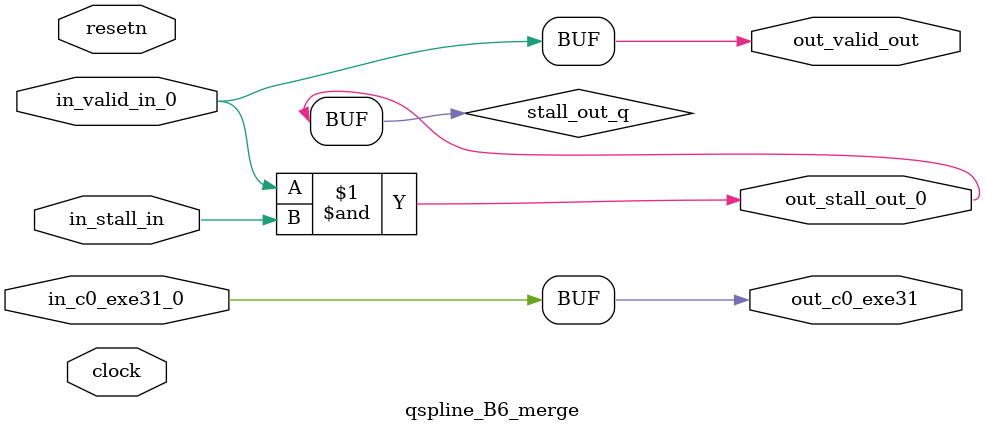
<source format=sv>



(* altera_attribute = "-name AUTO_SHIFT_REGISTER_RECOGNITION OFF; -name MESSAGE_DISABLE 10036; -name MESSAGE_DISABLE 10037; -name MESSAGE_DISABLE 14130; -name MESSAGE_DISABLE 14320; -name MESSAGE_DISABLE 15400; -name MESSAGE_DISABLE 14130; -name MESSAGE_DISABLE 10036; -name MESSAGE_DISABLE 12020; -name MESSAGE_DISABLE 12030; -name MESSAGE_DISABLE 12010; -name MESSAGE_DISABLE 12110; -name MESSAGE_DISABLE 14320; -name MESSAGE_DISABLE 13410; -name MESSAGE_DISABLE 113007; -name MESSAGE_DISABLE 10958" *)
module qspline_B6_merge (
    input wire [0:0] in_c0_exe31_0,
    input wire [0:0] in_stall_in,
    input wire [0:0] in_valid_in_0,
    output wire [0:0] out_c0_exe31,
    output wire [0:0] out_stall_out_0,
    output wire [0:0] out_valid_out,
    input wire clock,
    input wire resetn
    );

    wire [0:0] stall_out_q;


    // out_c0_exe31(GPOUT,5)
    assign out_c0_exe31 = in_c0_exe31_0;

    // stall_out(LOGICAL,8)
    assign stall_out_q = in_valid_in_0 & in_stall_in;

    // out_stall_out_0(GPOUT,6)
    assign out_stall_out_0 = stall_out_q;

    // out_valid_out(GPOUT,7)
    assign out_valid_out = in_valid_in_0;

endmodule

</source>
